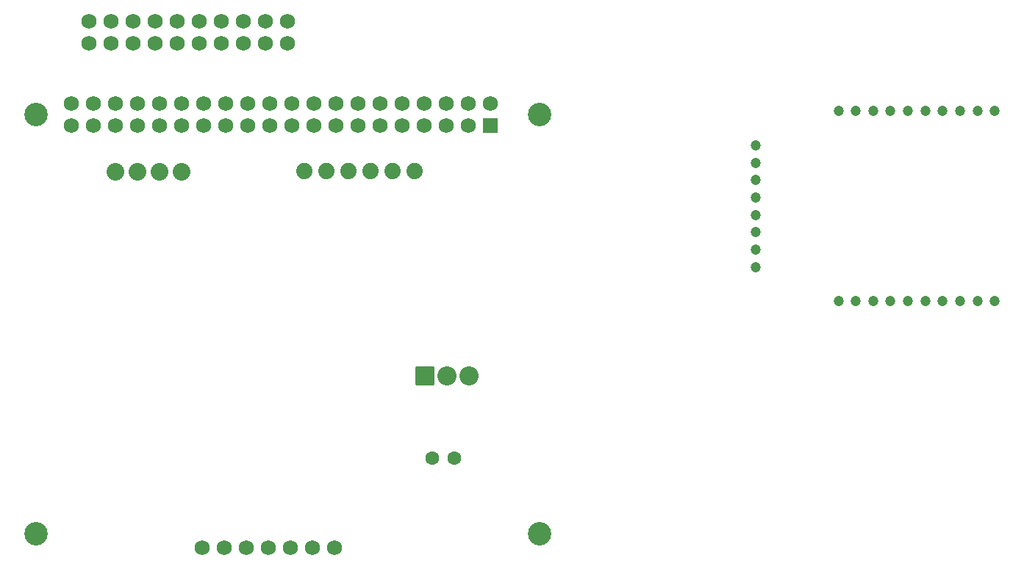
<source format=gbr>
%TF.GenerationSoftware,KiCad,Pcbnew,9.0.2*%
%TF.CreationDate,2025-07-28T15:43:42-04:00*%
%TF.ProjectId,WaterCam_mDot_WittyPi_AHT_BNO_Lepton,57617465-7243-4616-9d5f-6d446f745f57,rev?*%
%TF.SameCoordinates,Original*%
%TF.FileFunction,Soldermask,Bot*%
%TF.FilePolarity,Negative*%
%FSLAX46Y46*%
G04 Gerber Fmt 4.6, Leading zero omitted, Abs format (unit mm)*
G04 Created by KiCad (PCBNEW 9.0.2) date 2025-07-28 15:43:42*
%MOMM*%
%LPD*%
G01*
G04 APERTURE LIST*
G04 Aperture macros list*
%AMRoundRect*
0 Rectangle with rounded corners*
0 $1 Rounding radius*
0 $2 $3 $4 $5 $6 $7 $8 $9 X,Y pos of 4 corners*
0 Add a 4 corners polygon primitive as box body*
4,1,4,$2,$3,$4,$5,$6,$7,$8,$9,$2,$3,0*
0 Add four circle primitives for the rounded corners*
1,1,$1+$1,$2,$3*
1,1,$1+$1,$4,$5*
1,1,$1+$1,$6,$7*
1,1,$1+$1,$8,$9*
0 Add four rect primitives between the rounded corners*
20,1,$1+$1,$2,$3,$4,$5,0*
20,1,$1+$1,$4,$5,$6,$7,0*
20,1,$1+$1,$6,$7,$8,$9,0*
20,1,$1+$1,$8,$9,$2,$3,0*%
G04 Aperture macros list end*
%ADD10C,2.700000*%
%ADD11C,2.032000*%
%ADD12C,1.200000*%
%ADD13C,1.879600*%
%ADD14C,1.728000*%
%ADD15C,1.600000*%
%ADD16RoundRect,0.102000X-1.000000X-1.000000X1.000000X-1.000000X1.000000X1.000000X-1.000000X1.000000X0*%
%ADD17C,2.204000*%
%ADD18RoundRect,0.102000X0.762000X0.762000X-0.762000X0.762000X-0.762000X-0.762000X0.762000X-0.762000X0*%
G04 APERTURE END LIST*
D10*
%TO.C,REF\u002A\u002A*%
X55957000Y-47970000D03*
%TD*%
%TO.C,REF\u002A\u002A*%
X113949000Y-47970000D03*
%TD*%
%TO.C,REF\u002A\u002A*%
X113949000Y-96359000D03*
%TD*%
%TO.C,REF\u002A\u002A*%
X55984000Y-96360000D03*
%TD*%
D11*
%TO.C,U1*%
X72710000Y-54620000D03*
X70170000Y-54620000D03*
X67630000Y-54620000D03*
X65090000Y-54620000D03*
%TD*%
D12*
%TO.C,U3*%
X148365000Y-69500000D03*
X166365000Y-47580000D03*
X164365000Y-47580000D03*
X162365000Y-47580000D03*
X160365000Y-47580000D03*
X158365000Y-47580000D03*
X156365000Y-47580000D03*
X154365000Y-47580000D03*
X152365000Y-47580000D03*
X150365000Y-47580000D03*
X148365000Y-47580000D03*
X138800000Y-51580000D03*
X138800000Y-53580000D03*
X138800000Y-55580000D03*
X138800000Y-57560000D03*
X138800000Y-59580000D03*
X138800000Y-61580000D03*
X138800000Y-63580000D03*
X138800000Y-65580000D03*
X166365000Y-69500000D03*
X164365000Y-69540000D03*
X162365000Y-69500000D03*
X160365000Y-69500000D03*
X158365000Y-69540000D03*
X156365000Y-69540000D03*
X154365000Y-69540000D03*
X152365000Y-69540000D03*
X150365000Y-69540000D03*
%TD*%
D13*
%TO.C,U2*%
X86870000Y-54510000D03*
X89410000Y-54510000D03*
X91950000Y-54510000D03*
X94490000Y-54510000D03*
X97030000Y-54510000D03*
X99570000Y-54510000D03*
%TD*%
D14*
%TO.C,J2*%
X62030000Y-37230000D03*
X62030000Y-39770000D03*
X64570000Y-37230000D03*
X64570000Y-39770000D03*
X67110000Y-37230000D03*
X67110000Y-39770000D03*
X69650000Y-37230000D03*
X69650000Y-39770000D03*
X72190000Y-37230000D03*
X72190000Y-39770000D03*
X74730000Y-37230000D03*
X74730000Y-39770000D03*
X77270000Y-37230000D03*
X77270000Y-39770000D03*
X79810000Y-37230000D03*
X79810000Y-39770000D03*
X82350000Y-37230000D03*
X82350000Y-39770000D03*
X84890000Y-37230000D03*
X84890000Y-39770000D03*
%TD*%
D15*
%TO.C,R3*%
X101546000Y-87611000D03*
X104086000Y-87611000D03*
%TD*%
D14*
%TO.C,P3*%
X75110000Y-97990000D03*
X77650000Y-97990000D03*
X80190000Y-97990000D03*
X82730000Y-97990000D03*
X85270000Y-97990000D03*
X87810000Y-97990000D03*
X90350000Y-97990000D03*
%TD*%
D16*
%TO.C,Q1*%
X100694500Y-78126500D03*
D17*
X103234500Y-78126500D03*
X105774500Y-78126500D03*
%TD*%
D18*
%TO.C,J1*%
X108260000Y-49310000D03*
D14*
X108260000Y-46770000D03*
X105720000Y-49310000D03*
X105720000Y-46770000D03*
X103180000Y-49310000D03*
X103180000Y-46770000D03*
X100640000Y-49310000D03*
X100640000Y-46770000D03*
X98100000Y-49310000D03*
X98100000Y-46770000D03*
X95560000Y-49310000D03*
X95560000Y-46770000D03*
X93020000Y-49310000D03*
X93020000Y-46770000D03*
X90480000Y-49310000D03*
X90480000Y-46770000D03*
X87940000Y-49310000D03*
X87940000Y-46770000D03*
X85400000Y-49310000D03*
X85400000Y-46770000D03*
X82860000Y-49310000D03*
X82860000Y-46770000D03*
X80320000Y-49310000D03*
X80320000Y-46770000D03*
X77780000Y-49310000D03*
X77780000Y-46770000D03*
X75240000Y-49310000D03*
X75240000Y-46770000D03*
X72700000Y-49310000D03*
X72700000Y-46770000D03*
X70160000Y-49310000D03*
X70160000Y-46770000D03*
X67620000Y-49310000D03*
X67620000Y-46770000D03*
X65080000Y-49310000D03*
X65080000Y-46770000D03*
X62540000Y-49310000D03*
X62540000Y-46770000D03*
X60000000Y-49310000D03*
X60000000Y-46770000D03*
%TD*%
M02*

</source>
